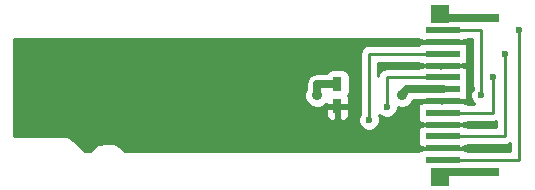
<source format=gbr>
G04 #@! TF.FileFunction,Copper,L2,Bot,Signal*
%FSLAX46Y46*%
G04 Gerber Fmt 4.6, Leading zero omitted, Abs format (unit mm)*
G04 Created by KiCad (PCBNEW 4.0.7) date Thu Nov 23 13:57:06 2017*
%MOMM*%
%LPD*%
G01*
G04 APERTURE LIST*
%ADD10C,0.100000*%
%ADD11R,0.750000X1.200000*%
%ADD12R,1.500000X1.500000*%
%ADD13R,3.000000X0.600000*%
%ADD14R,4.200000X0.700000*%
%ADD15C,0.900000*%
%ADD16C,0.600000*%
%ADD17C,0.635000*%
%ADD18C,0.250000*%
%ADD19C,0.254000*%
G04 APERTURE END LIST*
D10*
D11*
X156825000Y-106700000D03*
X156825000Y-108600000D03*
D12*
X165500000Y-114550000D03*
D13*
X165750000Y-110150000D03*
X165750000Y-111150000D03*
X165750000Y-113150000D03*
X165750000Y-112150000D03*
X165750000Y-106150000D03*
X165750000Y-107150000D03*
X165750000Y-109150000D03*
X165750000Y-108150000D03*
X165750000Y-104150000D03*
X165750000Y-105150000D03*
X165750000Y-103150000D03*
X165750000Y-102150000D03*
D14*
X168350000Y-114150000D03*
X168350000Y-101150000D03*
D12*
X165500000Y-100750000D03*
D15*
X162250000Y-107650000D03*
X155100000Y-107650000D03*
X134250000Y-105150000D03*
D16*
X168225000Y-107150000D03*
X167750000Y-105150000D03*
X167750000Y-103150000D03*
X167750000Y-112150000D03*
X167750000Y-110150000D03*
X171000000Y-104150000D03*
X172225000Y-102150000D03*
X161000000Y-108650000D03*
X170000000Y-106150000D03*
X159500000Y-109750000D03*
X169000000Y-107650000D03*
D17*
X156825000Y-106700000D02*
X155815000Y-106700000D01*
X165725000Y-107150000D02*
X162750000Y-107150000D01*
X162750000Y-107150000D02*
X162250000Y-107650000D01*
X155100000Y-106700000D02*
X155100000Y-107650000D01*
X155815000Y-106700000D02*
X155100000Y-106700000D01*
D18*
X134250000Y-103150000D02*
X134250000Y-105150000D01*
X135250000Y-103150000D02*
X134250000Y-103150000D01*
X167750000Y-103150000D02*
X135250000Y-103150000D01*
X167750000Y-107150000D02*
X168225000Y-107150000D01*
X165560027Y-108314973D02*
X165725000Y-108150000D01*
X167750000Y-107150000D02*
X167750000Y-105150000D01*
X167750000Y-108150000D02*
X165725000Y-108150000D01*
X167750000Y-103150000D02*
X167750000Y-105150000D01*
X167750000Y-107150000D02*
X167750000Y-108150000D01*
X165725000Y-112150000D02*
X156825000Y-112150000D01*
X156825000Y-112150000D02*
X156825000Y-108600000D01*
X165525000Y-105350000D02*
X165725000Y-105150000D01*
X167750000Y-112150000D02*
X165725000Y-112150000D01*
X167750000Y-110150000D02*
X165725000Y-110150000D01*
X167750000Y-105150000D02*
X165725000Y-105150000D01*
X167750000Y-103150000D02*
X165725000Y-103150000D01*
X171000000Y-111150000D02*
X165725000Y-111150000D01*
X171000000Y-104150000D02*
X171000000Y-111150000D01*
X172225000Y-113150000D02*
X165725000Y-113150000D01*
X172225000Y-102150000D02*
X172225000Y-113150000D01*
X161000000Y-106150000D02*
X161000000Y-108650000D01*
X165725000Y-106150000D02*
X161000000Y-106150000D01*
X170000000Y-109150000D02*
X165725000Y-109150000D01*
X170000000Y-106150000D02*
X170000000Y-109150000D01*
X165725000Y-104150000D02*
X159500000Y-104150000D01*
X159500000Y-104150000D02*
X159500000Y-109750000D01*
X169000000Y-102150000D02*
X169000000Y-107650000D01*
X167749002Y-102150000D02*
X169000000Y-102150000D01*
X165725000Y-102150000D02*
X167749002Y-102150000D01*
D19*
G36*
X163773750Y-103023000D02*
X163963818Y-103023000D01*
X163998110Y-103046431D01*
X164250000Y-103097440D01*
X167250000Y-103097440D01*
X167485317Y-103053162D01*
X167532190Y-103023000D01*
X167726250Y-103023000D01*
X167839250Y-102910000D01*
X168240000Y-102910000D01*
X168240000Y-107087537D01*
X168207808Y-107119673D01*
X168065162Y-107463201D01*
X168064838Y-107835167D01*
X168206883Y-108178943D01*
X168417572Y-108390000D01*
X167839250Y-108390000D01*
X167726250Y-108277000D01*
X167536182Y-108277000D01*
X167501890Y-108253569D01*
X167250000Y-108202560D01*
X164250000Y-108202560D01*
X164014683Y-108246838D01*
X163967810Y-108277000D01*
X163773750Y-108277000D01*
X163615000Y-108435750D01*
X163615000Y-108576309D01*
X163643870Y-108646007D01*
X163602560Y-108850000D01*
X163602560Y-109450000D01*
X163641858Y-109658850D01*
X163615000Y-109723691D01*
X163615000Y-109864250D01*
X163773750Y-110023000D01*
X163963818Y-110023000D01*
X163998110Y-110046431D01*
X164250000Y-110097440D01*
X167250000Y-110097440D01*
X167485317Y-110053162D01*
X167532190Y-110023000D01*
X167726250Y-110023000D01*
X167839250Y-109910000D01*
X170000000Y-109910000D01*
X170240000Y-109862261D01*
X170240000Y-110390000D01*
X167839250Y-110390000D01*
X167726250Y-110277000D01*
X167536182Y-110277000D01*
X167501890Y-110253569D01*
X167250000Y-110202560D01*
X164250000Y-110202560D01*
X164014683Y-110246838D01*
X163967810Y-110277000D01*
X163773750Y-110277000D01*
X163615000Y-110435750D01*
X163615000Y-110576309D01*
X163643870Y-110646007D01*
X163602560Y-110850000D01*
X163602560Y-111450000D01*
X163641858Y-111658850D01*
X163615000Y-111723691D01*
X163615000Y-111864250D01*
X163773750Y-112023000D01*
X163963818Y-112023000D01*
X163998110Y-112046431D01*
X164250000Y-112097440D01*
X167250000Y-112097440D01*
X167485317Y-112053162D01*
X167532190Y-112023000D01*
X167726250Y-112023000D01*
X167839250Y-111910000D01*
X171000000Y-111910000D01*
X171290839Y-111852148D01*
X171465000Y-111735778D01*
X171465000Y-112390000D01*
X167839250Y-112390000D01*
X167726250Y-112277000D01*
X167536182Y-112277000D01*
X167501890Y-112253569D01*
X167250000Y-112202560D01*
X164250000Y-112202560D01*
X164014683Y-112246838D01*
X163967810Y-112277000D01*
X163773750Y-112277000D01*
X163627750Y-112423000D01*
X138827091Y-112423000D01*
X138352046Y-111947954D01*
X138121705Y-111794046D01*
X137850000Y-111740000D01*
X136850000Y-111740000D01*
X136781416Y-111753642D01*
X136634950Y-111768866D01*
X136634945Y-111768868D01*
X136634942Y-111768868D01*
X136495671Y-111826557D01*
X136379010Y-111874880D01*
X136379008Y-111874882D01*
X136379003Y-111874884D01*
X136314118Y-111918239D01*
X136216180Y-112016180D01*
X136118239Y-112114118D01*
X136074884Y-112179002D01*
X136074881Y-112179009D01*
X136074880Y-112179010D01*
X136051557Y-112235317D01*
X135973815Y-112423000D01*
X135427092Y-112423000D01*
X134352046Y-111347954D01*
X134121705Y-111194046D01*
X133850000Y-111140000D01*
X129519931Y-111140000D01*
X129469943Y-111130057D01*
X129460000Y-111080069D01*
X129460000Y-109935167D01*
X158564838Y-109935167D01*
X158706883Y-110278943D01*
X158969673Y-110542192D01*
X159313201Y-110684838D01*
X159685167Y-110685162D01*
X160028943Y-110543117D01*
X160292192Y-110280327D01*
X160434838Y-109936799D01*
X160435162Y-109564833D01*
X160324328Y-109296593D01*
X160469673Y-109442192D01*
X160813201Y-109584838D01*
X161185167Y-109585162D01*
X161528943Y-109443117D01*
X161792192Y-109180327D01*
X161934838Y-108836799D01*
X161934962Y-108694005D01*
X162033233Y-108734811D01*
X162464873Y-108735188D01*
X162863800Y-108570354D01*
X163169282Y-108265405D01*
X163236926Y-108102500D01*
X165725000Y-108102500D01*
X165750438Y-108097440D01*
X167250000Y-108097440D01*
X167485317Y-108053162D01*
X167532190Y-108023000D01*
X167726250Y-108023000D01*
X167885000Y-107864250D01*
X167885000Y-107723691D01*
X167856130Y-107653993D01*
X167897440Y-107450000D01*
X167897440Y-106850000D01*
X167858426Y-106642658D01*
X167897440Y-106450000D01*
X167897440Y-105850000D01*
X167858142Y-105641150D01*
X167885000Y-105576309D01*
X167885000Y-105435750D01*
X167726250Y-105277000D01*
X167536182Y-105277000D01*
X167501890Y-105253569D01*
X167250000Y-105202560D01*
X164250000Y-105202560D01*
X164014683Y-105246838D01*
X163967810Y-105277000D01*
X163773750Y-105277000D01*
X163660750Y-105390000D01*
X161000000Y-105390000D01*
X160709161Y-105447852D01*
X160462599Y-105612599D01*
X160297852Y-105859161D01*
X160260000Y-106049454D01*
X160260000Y-104910000D01*
X163660750Y-104910000D01*
X163773750Y-105023000D01*
X163963818Y-105023000D01*
X163998110Y-105046431D01*
X164250000Y-105097440D01*
X167250000Y-105097440D01*
X167485317Y-105053162D01*
X167532190Y-105023000D01*
X167726250Y-105023000D01*
X167885000Y-104864250D01*
X167885000Y-104723691D01*
X167856130Y-104653993D01*
X167897440Y-104450000D01*
X167897440Y-103850000D01*
X167858142Y-103641150D01*
X167885000Y-103576309D01*
X167885000Y-103435750D01*
X167726250Y-103277000D01*
X167536182Y-103277000D01*
X167501890Y-103253569D01*
X167250000Y-103202560D01*
X164250000Y-103202560D01*
X164014683Y-103246838D01*
X163967810Y-103277000D01*
X163773750Y-103277000D01*
X163660750Y-103390000D01*
X159500000Y-103390000D01*
X159209161Y-103447852D01*
X158962599Y-103612599D01*
X158797852Y-103859161D01*
X158740000Y-104150000D01*
X158740000Y-109187537D01*
X158707808Y-109219673D01*
X158565162Y-109563201D01*
X158564838Y-109935167D01*
X129460000Y-109935167D01*
X129460000Y-108885750D01*
X155815000Y-108885750D01*
X155815000Y-109326309D01*
X155911673Y-109559698D01*
X156090301Y-109738327D01*
X156323690Y-109835000D01*
X156539250Y-109835000D01*
X156698000Y-109676250D01*
X156698000Y-108727000D01*
X156952000Y-108727000D01*
X156952000Y-109676250D01*
X157110750Y-109835000D01*
X157326310Y-109835000D01*
X157559699Y-109738327D01*
X157738327Y-109559698D01*
X157835000Y-109326309D01*
X157835000Y-108885750D01*
X157676250Y-108727000D01*
X156952000Y-108727000D01*
X156698000Y-108727000D01*
X155973750Y-108727000D01*
X155815000Y-108885750D01*
X129460000Y-108885750D01*
X129460000Y-107864873D01*
X154014812Y-107864873D01*
X154179646Y-108263800D01*
X154484595Y-108569282D01*
X154883233Y-108734811D01*
X155314873Y-108735188D01*
X155713800Y-108570354D01*
X155892608Y-108391858D01*
X155973750Y-108473000D01*
X156698000Y-108473000D01*
X156698000Y-108453000D01*
X156952000Y-108453000D01*
X156952000Y-108473000D01*
X157676250Y-108473000D01*
X157835000Y-108314250D01*
X157835000Y-107873691D01*
X157738327Y-107640302D01*
X157736957Y-107638932D01*
X157796431Y-107551890D01*
X157847440Y-107300000D01*
X157847440Y-106100000D01*
X157803162Y-105864683D01*
X157664090Y-105648559D01*
X157451890Y-105503569D01*
X157200000Y-105452560D01*
X156450000Y-105452560D01*
X156214683Y-105496838D01*
X155998559Y-105635910D01*
X155922313Y-105747500D01*
X155100000Y-105747500D01*
X154735494Y-105820005D01*
X154426481Y-106026481D01*
X154220005Y-106335494D01*
X154147500Y-106700000D01*
X154147500Y-107114593D01*
X154015189Y-107433233D01*
X154014812Y-107864873D01*
X129460000Y-107864873D01*
X129460000Y-102919931D01*
X129468539Y-102877000D01*
X163627750Y-102877000D01*
X163773750Y-103023000D01*
X163773750Y-103023000D01*
G37*
X163773750Y-103023000D02*
X163963818Y-103023000D01*
X163998110Y-103046431D01*
X164250000Y-103097440D01*
X167250000Y-103097440D01*
X167485317Y-103053162D01*
X167532190Y-103023000D01*
X167726250Y-103023000D01*
X167839250Y-102910000D01*
X168240000Y-102910000D01*
X168240000Y-107087537D01*
X168207808Y-107119673D01*
X168065162Y-107463201D01*
X168064838Y-107835167D01*
X168206883Y-108178943D01*
X168417572Y-108390000D01*
X167839250Y-108390000D01*
X167726250Y-108277000D01*
X167536182Y-108277000D01*
X167501890Y-108253569D01*
X167250000Y-108202560D01*
X164250000Y-108202560D01*
X164014683Y-108246838D01*
X163967810Y-108277000D01*
X163773750Y-108277000D01*
X163615000Y-108435750D01*
X163615000Y-108576309D01*
X163643870Y-108646007D01*
X163602560Y-108850000D01*
X163602560Y-109450000D01*
X163641858Y-109658850D01*
X163615000Y-109723691D01*
X163615000Y-109864250D01*
X163773750Y-110023000D01*
X163963818Y-110023000D01*
X163998110Y-110046431D01*
X164250000Y-110097440D01*
X167250000Y-110097440D01*
X167485317Y-110053162D01*
X167532190Y-110023000D01*
X167726250Y-110023000D01*
X167839250Y-109910000D01*
X170000000Y-109910000D01*
X170240000Y-109862261D01*
X170240000Y-110390000D01*
X167839250Y-110390000D01*
X167726250Y-110277000D01*
X167536182Y-110277000D01*
X167501890Y-110253569D01*
X167250000Y-110202560D01*
X164250000Y-110202560D01*
X164014683Y-110246838D01*
X163967810Y-110277000D01*
X163773750Y-110277000D01*
X163615000Y-110435750D01*
X163615000Y-110576309D01*
X163643870Y-110646007D01*
X163602560Y-110850000D01*
X163602560Y-111450000D01*
X163641858Y-111658850D01*
X163615000Y-111723691D01*
X163615000Y-111864250D01*
X163773750Y-112023000D01*
X163963818Y-112023000D01*
X163998110Y-112046431D01*
X164250000Y-112097440D01*
X167250000Y-112097440D01*
X167485317Y-112053162D01*
X167532190Y-112023000D01*
X167726250Y-112023000D01*
X167839250Y-111910000D01*
X171000000Y-111910000D01*
X171290839Y-111852148D01*
X171465000Y-111735778D01*
X171465000Y-112390000D01*
X167839250Y-112390000D01*
X167726250Y-112277000D01*
X167536182Y-112277000D01*
X167501890Y-112253569D01*
X167250000Y-112202560D01*
X164250000Y-112202560D01*
X164014683Y-112246838D01*
X163967810Y-112277000D01*
X163773750Y-112277000D01*
X163627750Y-112423000D01*
X138827091Y-112423000D01*
X138352046Y-111947954D01*
X138121705Y-111794046D01*
X137850000Y-111740000D01*
X136850000Y-111740000D01*
X136781416Y-111753642D01*
X136634950Y-111768866D01*
X136634945Y-111768868D01*
X136634942Y-111768868D01*
X136495671Y-111826557D01*
X136379010Y-111874880D01*
X136379008Y-111874882D01*
X136379003Y-111874884D01*
X136314118Y-111918239D01*
X136216180Y-112016180D01*
X136118239Y-112114118D01*
X136074884Y-112179002D01*
X136074881Y-112179009D01*
X136074880Y-112179010D01*
X136051557Y-112235317D01*
X135973815Y-112423000D01*
X135427092Y-112423000D01*
X134352046Y-111347954D01*
X134121705Y-111194046D01*
X133850000Y-111140000D01*
X129519931Y-111140000D01*
X129469943Y-111130057D01*
X129460000Y-111080069D01*
X129460000Y-109935167D01*
X158564838Y-109935167D01*
X158706883Y-110278943D01*
X158969673Y-110542192D01*
X159313201Y-110684838D01*
X159685167Y-110685162D01*
X160028943Y-110543117D01*
X160292192Y-110280327D01*
X160434838Y-109936799D01*
X160435162Y-109564833D01*
X160324328Y-109296593D01*
X160469673Y-109442192D01*
X160813201Y-109584838D01*
X161185167Y-109585162D01*
X161528943Y-109443117D01*
X161792192Y-109180327D01*
X161934838Y-108836799D01*
X161934962Y-108694005D01*
X162033233Y-108734811D01*
X162464873Y-108735188D01*
X162863800Y-108570354D01*
X163169282Y-108265405D01*
X163236926Y-108102500D01*
X165725000Y-108102500D01*
X165750438Y-108097440D01*
X167250000Y-108097440D01*
X167485317Y-108053162D01*
X167532190Y-108023000D01*
X167726250Y-108023000D01*
X167885000Y-107864250D01*
X167885000Y-107723691D01*
X167856130Y-107653993D01*
X167897440Y-107450000D01*
X167897440Y-106850000D01*
X167858426Y-106642658D01*
X167897440Y-106450000D01*
X167897440Y-105850000D01*
X167858142Y-105641150D01*
X167885000Y-105576309D01*
X167885000Y-105435750D01*
X167726250Y-105277000D01*
X167536182Y-105277000D01*
X167501890Y-105253569D01*
X167250000Y-105202560D01*
X164250000Y-105202560D01*
X164014683Y-105246838D01*
X163967810Y-105277000D01*
X163773750Y-105277000D01*
X163660750Y-105390000D01*
X161000000Y-105390000D01*
X160709161Y-105447852D01*
X160462599Y-105612599D01*
X160297852Y-105859161D01*
X160260000Y-106049454D01*
X160260000Y-104910000D01*
X163660750Y-104910000D01*
X163773750Y-105023000D01*
X163963818Y-105023000D01*
X163998110Y-105046431D01*
X164250000Y-105097440D01*
X167250000Y-105097440D01*
X167485317Y-105053162D01*
X167532190Y-105023000D01*
X167726250Y-105023000D01*
X167885000Y-104864250D01*
X167885000Y-104723691D01*
X167856130Y-104653993D01*
X167897440Y-104450000D01*
X167897440Y-103850000D01*
X167858142Y-103641150D01*
X167885000Y-103576309D01*
X167885000Y-103435750D01*
X167726250Y-103277000D01*
X167536182Y-103277000D01*
X167501890Y-103253569D01*
X167250000Y-103202560D01*
X164250000Y-103202560D01*
X164014683Y-103246838D01*
X163967810Y-103277000D01*
X163773750Y-103277000D01*
X163660750Y-103390000D01*
X159500000Y-103390000D01*
X159209161Y-103447852D01*
X158962599Y-103612599D01*
X158797852Y-103859161D01*
X158740000Y-104150000D01*
X158740000Y-109187537D01*
X158707808Y-109219673D01*
X158565162Y-109563201D01*
X158564838Y-109935167D01*
X129460000Y-109935167D01*
X129460000Y-108885750D01*
X155815000Y-108885750D01*
X155815000Y-109326309D01*
X155911673Y-109559698D01*
X156090301Y-109738327D01*
X156323690Y-109835000D01*
X156539250Y-109835000D01*
X156698000Y-109676250D01*
X156698000Y-108727000D01*
X156952000Y-108727000D01*
X156952000Y-109676250D01*
X157110750Y-109835000D01*
X157326310Y-109835000D01*
X157559699Y-109738327D01*
X157738327Y-109559698D01*
X157835000Y-109326309D01*
X157835000Y-108885750D01*
X157676250Y-108727000D01*
X156952000Y-108727000D01*
X156698000Y-108727000D01*
X155973750Y-108727000D01*
X155815000Y-108885750D01*
X129460000Y-108885750D01*
X129460000Y-107864873D01*
X154014812Y-107864873D01*
X154179646Y-108263800D01*
X154484595Y-108569282D01*
X154883233Y-108734811D01*
X155314873Y-108735188D01*
X155713800Y-108570354D01*
X155892608Y-108391858D01*
X155973750Y-108473000D01*
X156698000Y-108473000D01*
X156698000Y-108453000D01*
X156952000Y-108453000D01*
X156952000Y-108473000D01*
X157676250Y-108473000D01*
X157835000Y-108314250D01*
X157835000Y-107873691D01*
X157738327Y-107640302D01*
X157736957Y-107638932D01*
X157796431Y-107551890D01*
X157847440Y-107300000D01*
X157847440Y-106100000D01*
X157803162Y-105864683D01*
X157664090Y-105648559D01*
X157451890Y-105503569D01*
X157200000Y-105452560D01*
X156450000Y-105452560D01*
X156214683Y-105496838D01*
X155998559Y-105635910D01*
X155922313Y-105747500D01*
X155100000Y-105747500D01*
X154735494Y-105820005D01*
X154426481Y-106026481D01*
X154220005Y-106335494D01*
X154147500Y-106700000D01*
X154147500Y-107114593D01*
X154015189Y-107433233D01*
X154014812Y-107864873D01*
X129460000Y-107864873D01*
X129460000Y-102919931D01*
X129468539Y-102877000D01*
X163627750Y-102877000D01*
X163773750Y-103023000D01*
M02*

</source>
